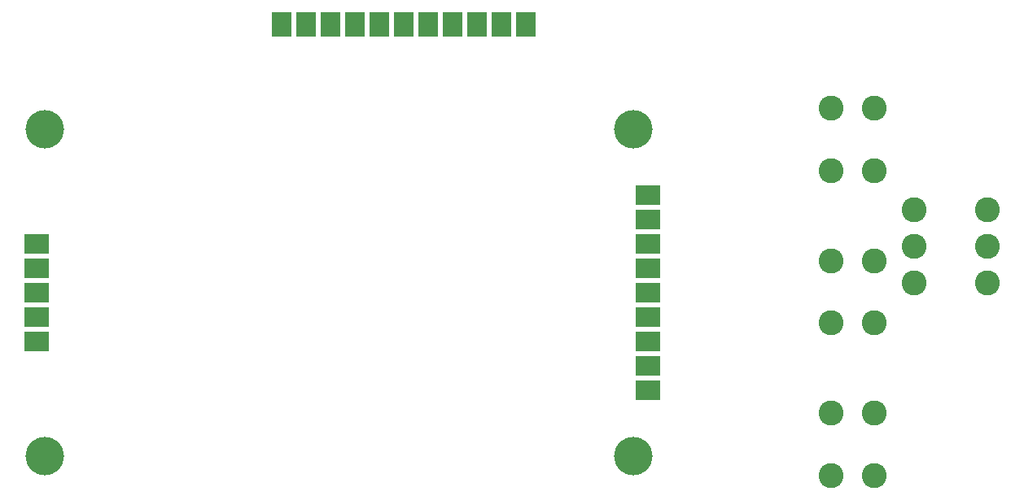
<source format=gbr>
G04 #@! TF.GenerationSoftware,KiCad,Pcbnew,(5.1.2)-1*
G04 #@! TF.CreationDate,2019-05-13T07:20:00+02:00*
G04 #@! TF.ProjectId,lcd board,6c636420-626f-4617-9264-2e6b69636164,rev?*
G04 #@! TF.SameCoordinates,Original*
G04 #@! TF.FileFunction,Copper,L1,Top*
G04 #@! TF.FilePolarity,Positive*
%FSLAX46Y46*%
G04 Gerber Fmt 4.6, Leading zero omitted, Abs format (unit mm)*
G04 Created by KiCad (PCBNEW (5.1.2)-1) date 2019-05-13 07:20:00*
%MOMM*%
%LPD*%
G04 APERTURE LIST*
%ADD10C,2.600000*%
%ADD11R,2.000000X2.600000*%
%ADD12R,2.600000X2.000000*%
%ADD13C,4.000000*%
G04 APERTURE END LIST*
D10*
X192786000Y-29464000D03*
X185166000Y-29464000D03*
X192786000Y-33274000D03*
X185166000Y-33274000D03*
X192786000Y-37084000D03*
X185166000Y-37084000D03*
X181030000Y-57150000D03*
X176530000Y-57150000D03*
X181030000Y-50650000D03*
X176530000Y-50650000D03*
X176530000Y-34775000D03*
X181030000Y-34775000D03*
X176530000Y-41275000D03*
X181030000Y-41275000D03*
X181030000Y-25400000D03*
X176530000Y-25400000D03*
X181030000Y-18900000D03*
X176530000Y-18900000D03*
D11*
X144780000Y-10160000D03*
X142240000Y-10160000D03*
X139700000Y-10160000D03*
X137160000Y-10160000D03*
X134620000Y-10160000D03*
X132080000Y-10160000D03*
X129540000Y-10160000D03*
X127000000Y-10160000D03*
X124460000Y-10160000D03*
X121920000Y-10160000D03*
X119380000Y-10160000D03*
D12*
X157480000Y-48260000D03*
X157480000Y-45720000D03*
X157480000Y-43180000D03*
X157480000Y-40640000D03*
X157480000Y-38100000D03*
X157480000Y-35560000D03*
X157480000Y-33020000D03*
X157480000Y-30480000D03*
X157480000Y-27940000D03*
X93960000Y-43180000D03*
X93960000Y-40640000D03*
X93960000Y-38100000D03*
X93960000Y-35560000D03*
X93960000Y-33020000D03*
D13*
X155980000Y-55150000D03*
X94780000Y-55150000D03*
X94780000Y-21050000D03*
X155980000Y-21050000D03*
M02*

</source>
